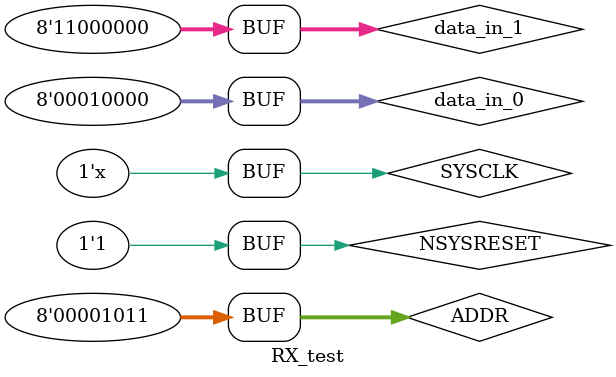
<source format=v>

`timescale 1ns/100ps

module RX_test;

parameter SYSCLK_PERIOD = 20;// 50MHZ

reg SYSCLK;
reg NSYSRESET;
reg [7:0]ADDR;
reg [7:0]data_in_0,data_in_1;
wire [7:0]data_0,data_1,S_DATA;
wire SCL,SDA,INT;

initial
begin
    SYSCLK = 1'b0;
    NSYSRESET = 1'b1;
end

//////////////////////////////////////////////////////////////////////
// Reset Pulse
//////////////////////////////////////////////////////////////////////
initial
begin
    #(SYSCLK_PERIOD * 5 )
        NSYSRESET = 1'b0;
    #(SYSCLK_PERIOD * 5 )
        NSYSRESET = 1'b1;
end


//////////////////////////////////////////////////////////////////////
// Clock Driver
//////////////////////////////////////////////////////////////////////
always @(SYSCLK)
    #(SYSCLK_PERIOD / 2.0) SYSCLK <= !SYSCLK;


initial
begin
        data_in_0 <= 8'h12;
        data_in_1 <= 8'hC9;
        ADDR <= 8'h0A;
    #(SYSCLK_PERIOD * 3000 )
        data_in_0 <= 8'hA8;
        data_in_1 <= 8'h15;
        ADDR <= 8'h0B;
    #(SYSCLK_PERIOD * 3000 )
        data_in_0 <= 8'h03;
        data_in_1 <= 8'hF9;
    #(SYSCLK_PERIOD * 3000 )
        data_in_0 <= 8'h34;
        data_in_1 <= 8'hB1;
        ADDR <= 8'h0A;
    #(SYSCLK_PERIOD * 3000 )
        data_in_0 <= 8'h56;
        data_in_1 <= 8'hD6;
    #(SYSCLK_PERIOD * 3000 )
        data_in_0 <= 8'h78;
        data_in_1 <= 8'h57;
    #(SYSCLK_PERIOD * 3000 )
        data_in_0 <= 8'h90;
        data_in_1 <= 8'h81;
        ADDR <= 8'h0B;
    #(SYSCLK_PERIOD * 3000 )
        data_in_0 <= 8'hAB;
        data_in_1 <= 8'h95;
    #(SYSCLK_PERIOD * 3000 )
        data_in_0 <= 8'hA3;
        data_in_1 <= 8'h18;
    #(SYSCLK_PERIOD * 3000 )
        data_in_0 <= 8'h10;
        data_in_1 <= 8'hC0;
end

//////////////////////////////////////////////////////////////////////
// Instantiate Unit Under Test:  top_0
//////////////////////////////////////////////////////////////////////
top_0 top_0_0 (
    // Inputs
    .PCLK(SYSCLK),
    .PRESETN(NSYSRESET),
    .data_in_0(data_in_0),
    .ADDR(ADDR),
    .data_in_1(data_in_1),

    // Outputs
    .data_0(data_0),
    .data_1(data_1),
    .S_DATA(S_DATA),
    .INT(INT),

    // Inouts
    .SCL(SCL),
    .SDA(SDA)

);

endmodule


</source>
